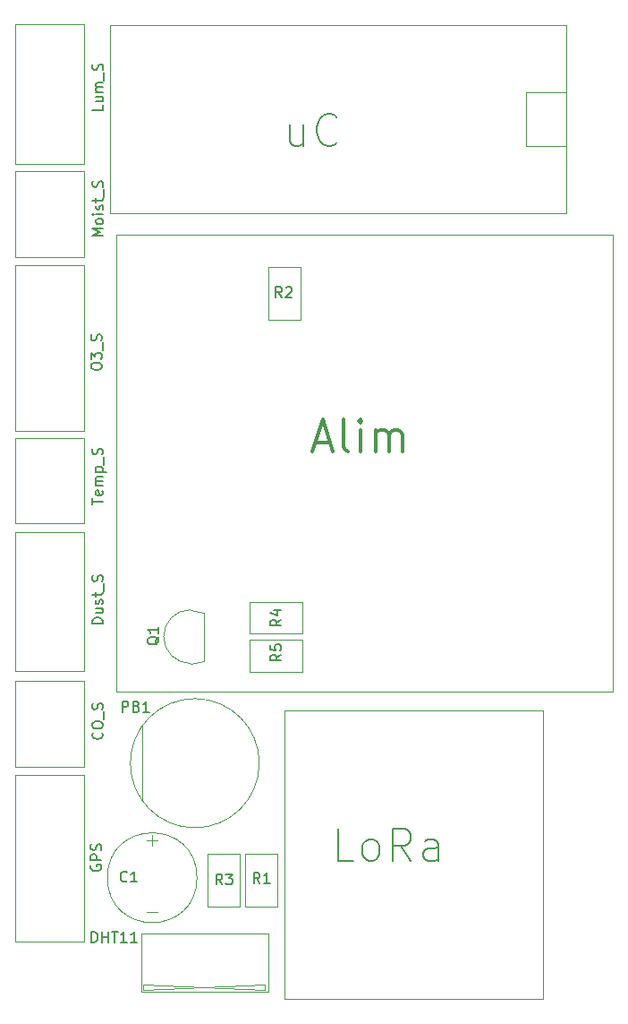
<source format=gbr>
G04 #@! TF.GenerationSoftware,KiCad,Pcbnew,no-vcs-found-895c0bb~58~ubuntu16.04.1*
G04 #@! TF.CreationDate,2017-07-19T10:40:22-04:00*
G04 #@! TF.ProjectId,Noeud,4E6F6575642E6B696361645F70636200,rev?*
G04 #@! TF.SameCoordinates,Original
G04 #@! TF.FileFunction,Legend,Top*
G04 #@! TF.FilePolarity,Positive*
%FSLAX46Y46*%
G04 Gerber Fmt 4.6, Leading zero omitted, Abs format (unit mm)*
G04 Created by KiCad (PCBNEW no-vcs-found-895c0bb~58~ubuntu16.04.1) date Wed Jul 19 10:40:22 2017*
%MOMM*%
%LPD*%
G01*
G04 APERTURE LIST*
%ADD10C,0.300000*%
%ADD11C,0.050000*%
%ADD12C,0.150000*%
G04 APERTURE END LIST*
D10*
X154662714Y-92892500D02*
X156091285Y-92892500D01*
X154377000Y-93749642D02*
X155377000Y-90749642D01*
X156377000Y-93749642D01*
X157805571Y-93749642D02*
X157519857Y-93606785D01*
X157377000Y-93321071D01*
X157377000Y-90749642D01*
X158948428Y-93749642D02*
X158948428Y-91749642D01*
X158948428Y-90749642D02*
X158805571Y-90892500D01*
X158948428Y-91035357D01*
X159091285Y-90892500D01*
X158948428Y-90749642D01*
X158948428Y-91035357D01*
X160377000Y-93749642D02*
X160377000Y-91749642D01*
X160377000Y-92035357D02*
X160519857Y-91892500D01*
X160805571Y-91749642D01*
X161234142Y-91749642D01*
X161519857Y-91892500D01*
X161662714Y-92178214D01*
X161662714Y-93749642D01*
X161662714Y-92178214D02*
X161805571Y-91892500D01*
X162091285Y-91749642D01*
X162519857Y-91749642D01*
X162805571Y-91892500D01*
X162948428Y-92178214D01*
X162948428Y-93749642D01*
D11*
X138751000Y-137294000D02*
X139751000Y-137294000D01*
X138751000Y-130544000D02*
X139751000Y-130544000D01*
X139251000Y-130044000D02*
X139251000Y-131044000D01*
X143493641Y-134044000D02*
G75*
G03X143493641Y-134044000I-4242641J0D01*
G01*
X126290000Y-123547000D02*
X126290000Y-115467000D01*
X132790000Y-115467000D02*
X132790000Y-123547000D01*
X129540000Y-123547000D02*
X132790000Y-123547000D01*
X129540000Y-123547000D02*
X126290000Y-123547000D01*
X129540000Y-115467000D02*
X132790000Y-115467000D01*
X129540000Y-115467000D02*
X126290000Y-115467000D01*
X129240000Y-115467000D02*
X129230000Y-115467000D01*
X129540000Y-101370000D02*
X126290000Y-101370000D01*
X129540000Y-101370000D02*
X132790000Y-101370000D01*
X129540000Y-114530000D02*
X126290000Y-114530000D01*
X129540000Y-114530000D02*
X132790000Y-114530000D01*
X126290000Y-101370000D02*
X126290000Y-114530000D01*
X132790000Y-114530000D02*
X132790000Y-101370000D01*
X132790000Y-140057000D02*
X132790000Y-124357000D01*
X126290000Y-124357000D02*
X126290000Y-140057000D01*
X129540000Y-140057000D02*
X132790000Y-140057000D01*
X129540000Y-140057000D02*
X126290000Y-140057000D01*
X127900000Y-140057000D02*
X127910000Y-140057000D01*
X129540000Y-124357000D02*
X132790000Y-124357000D01*
X129540000Y-124357000D02*
X126290000Y-124357000D01*
X182880000Y-116459000D02*
X182880000Y-73279000D01*
X182880000Y-116459000D02*
X135890000Y-116459000D01*
X182880000Y-73279000D02*
X135890000Y-73279000D01*
X135890000Y-116459000D02*
X135890000Y-73279000D01*
X151766000Y-118237000D02*
X151766000Y-145537000D01*
X176276000Y-118237000D02*
X151766000Y-118237000D01*
X176276000Y-145537000D02*
X151766000Y-145537000D01*
X176276000Y-118237000D02*
X176276000Y-145537000D01*
X132830000Y-66560000D02*
X132830000Y-53400000D01*
X126330000Y-53400000D02*
X126330000Y-66560000D01*
X129580000Y-66560000D02*
X132830000Y-66560000D01*
X129580000Y-66560000D02*
X126330000Y-66560000D01*
X129580000Y-53400000D02*
X132830000Y-53400000D01*
X129580000Y-53400000D02*
X126330000Y-53400000D01*
X129280000Y-67280000D02*
X129270000Y-67280000D01*
X129580000Y-67280000D02*
X126330000Y-67280000D01*
X129580000Y-67280000D02*
X132830000Y-67280000D01*
X129580000Y-75360000D02*
X126330000Y-75360000D01*
X129580000Y-75360000D02*
X132830000Y-75360000D01*
X132830000Y-67280000D02*
X132830000Y-75360000D01*
X126330000Y-75360000D02*
X126330000Y-67280000D01*
X129580000Y-76140000D02*
X126330000Y-76140000D01*
X129580000Y-76140000D02*
X132830000Y-76140000D01*
X127940000Y-91840000D02*
X127950000Y-91840000D01*
X129580000Y-91840000D02*
X126330000Y-91840000D01*
X129580000Y-91840000D02*
X132830000Y-91840000D01*
X126330000Y-76140000D02*
X126330000Y-91840000D01*
X132830000Y-91840000D02*
X132830000Y-76140000D01*
X149390278Y-123221000D02*
G75*
G03X149390278Y-123221000I-6103278J0D01*
G01*
X138287000Y-119721000D02*
X138287000Y-126721000D01*
X144145000Y-113538000D02*
X144145000Y-108966000D01*
X142875000Y-113792000D02*
X144145000Y-113538000D01*
X142875000Y-108712000D02*
X144145000Y-108966000D01*
X142875000Y-108712000D02*
G75*
G03X140335000Y-111252000I0J-2540000D01*
G01*
X140335000Y-111252000D02*
G75*
G03X142875000Y-113792000I2540000J0D01*
G01*
X148082000Y-131802000D02*
X149582000Y-131802000D01*
X149582000Y-131802000D02*
X151082000Y-131802000D01*
X151082000Y-131802000D02*
X151082000Y-136802000D01*
X151082000Y-136802000D02*
X148082000Y-136802000D01*
X148082000Y-136802000D02*
X148082000Y-131802000D01*
X153289000Y-81304000D02*
X151789000Y-81304000D01*
X151789000Y-81304000D02*
X150289000Y-81304000D01*
X150289000Y-81304000D02*
X150289000Y-76304000D01*
X150289000Y-76304000D02*
X153289000Y-76304000D01*
X153289000Y-76304000D02*
X153289000Y-81304000D01*
X144526000Y-136802000D02*
X144526000Y-131802000D01*
X147526000Y-136802000D02*
X144526000Y-136802000D01*
X147526000Y-131802000D02*
X147526000Y-136802000D01*
X146026000Y-131802000D02*
X147526000Y-131802000D01*
X144526000Y-131802000D02*
X146026000Y-131802000D01*
X153440000Y-107950000D02*
X153440000Y-109450000D01*
X153440000Y-109450000D02*
X153440000Y-110950000D01*
X153440000Y-110950000D02*
X148440000Y-110950000D01*
X148440000Y-110950000D02*
X148440000Y-107950000D01*
X148440000Y-107950000D02*
X153440000Y-107950000D01*
X153439000Y-114554000D02*
X148439000Y-114554000D01*
X153439000Y-111554000D02*
X153439000Y-114554000D01*
X148439000Y-111554000D02*
X153439000Y-111554000D01*
X148439000Y-113054000D02*
X148439000Y-111554000D01*
X148439000Y-114554000D02*
X148439000Y-113054000D01*
X138252000Y-144781000D02*
X150252000Y-144781000D01*
X138252000Y-139281000D02*
X138252000Y-144781000D01*
X150252000Y-139281000D02*
X138252000Y-139281000D01*
X150252000Y-144781000D02*
X150252000Y-139281000D01*
X138422000Y-144161000D02*
X138422000Y-144661000D01*
X149922000Y-144661000D02*
X138422000Y-144161000D01*
X149922000Y-144161000D02*
X149922000Y-144661000D01*
X138422000Y-144661000D02*
X149922000Y-144161000D01*
X126290000Y-100560000D02*
X126290000Y-92480000D01*
X132790000Y-92480000D02*
X132790000Y-100560000D01*
X129540000Y-100560000D02*
X132790000Y-100560000D01*
X129540000Y-100560000D02*
X126290000Y-100560000D01*
X129540000Y-92480000D02*
X132790000Y-92480000D01*
X129540000Y-92480000D02*
X126290000Y-92480000D01*
X129240000Y-92480000D02*
X129230000Y-92480000D01*
X178435000Y-64897000D02*
X174625000Y-64897000D01*
X174625000Y-64897000D02*
X174625000Y-59817000D01*
X174625000Y-59817000D02*
X178435000Y-59817000D01*
X135255000Y-53467000D02*
X135255000Y-71247000D01*
X135255000Y-71247000D02*
X178435000Y-71247000D01*
X178435000Y-71247000D02*
X178435000Y-53467000D01*
X178435000Y-53467000D02*
X135255000Y-53467000D01*
D12*
X136866333Y-134342142D02*
X136818714Y-134389761D01*
X136675857Y-134437380D01*
X136580619Y-134437380D01*
X136437761Y-134389761D01*
X136342523Y-134294523D01*
X136294904Y-134199285D01*
X136247285Y-134008809D01*
X136247285Y-133865952D01*
X136294904Y-133675476D01*
X136342523Y-133580238D01*
X136437761Y-133485000D01*
X136580619Y-133437380D01*
X136675857Y-133437380D01*
X136818714Y-133485000D01*
X136866333Y-133532619D01*
X137818714Y-134437380D02*
X137247285Y-134437380D01*
X137533000Y-134437380D02*
X137533000Y-133437380D01*
X137437761Y-133580238D01*
X137342523Y-133675476D01*
X137247285Y-133723095D01*
X134469142Y-120324428D02*
X134516761Y-120372047D01*
X134564380Y-120514904D01*
X134564380Y-120610142D01*
X134516761Y-120753000D01*
X134421523Y-120848238D01*
X134326285Y-120895857D01*
X134135809Y-120943476D01*
X133992952Y-120943476D01*
X133802476Y-120895857D01*
X133707238Y-120848238D01*
X133612000Y-120753000D01*
X133564380Y-120610142D01*
X133564380Y-120514904D01*
X133612000Y-120372047D01*
X133659619Y-120324428D01*
X133564380Y-119705380D02*
X133564380Y-119514904D01*
X133612000Y-119419666D01*
X133707238Y-119324428D01*
X133897714Y-119276809D01*
X134231047Y-119276809D01*
X134421523Y-119324428D01*
X134516761Y-119419666D01*
X134564380Y-119514904D01*
X134564380Y-119705380D01*
X134516761Y-119800619D01*
X134421523Y-119895857D01*
X134231047Y-119943476D01*
X133897714Y-119943476D01*
X133707238Y-119895857D01*
X133612000Y-119800619D01*
X133564380Y-119705380D01*
X134659619Y-119086333D02*
X134659619Y-118324428D01*
X134516761Y-118133952D02*
X134564380Y-117991095D01*
X134564380Y-117753000D01*
X134516761Y-117657761D01*
X134469142Y-117610142D01*
X134373904Y-117562523D01*
X134278666Y-117562523D01*
X134183428Y-117610142D01*
X134135809Y-117657761D01*
X134088190Y-117753000D01*
X134040571Y-117943476D01*
X133992952Y-118038714D01*
X133945333Y-118086333D01*
X133850095Y-118133952D01*
X133754857Y-118133952D01*
X133659619Y-118086333D01*
X133612000Y-118038714D01*
X133564380Y-117943476D01*
X133564380Y-117705380D01*
X133612000Y-117562523D01*
X134564380Y-110021404D02*
X133564380Y-110021404D01*
X133564380Y-109783309D01*
X133612000Y-109640452D01*
X133707238Y-109545214D01*
X133802476Y-109497595D01*
X133992952Y-109449976D01*
X134135809Y-109449976D01*
X134326285Y-109497595D01*
X134421523Y-109545214D01*
X134516761Y-109640452D01*
X134564380Y-109783309D01*
X134564380Y-110021404D01*
X133897714Y-108592833D02*
X134564380Y-108592833D01*
X133897714Y-109021404D02*
X134421523Y-109021404D01*
X134516761Y-108973785D01*
X134564380Y-108878547D01*
X134564380Y-108735690D01*
X134516761Y-108640452D01*
X134469142Y-108592833D01*
X134516761Y-108164261D02*
X134564380Y-108069023D01*
X134564380Y-107878547D01*
X134516761Y-107783309D01*
X134421523Y-107735690D01*
X134373904Y-107735690D01*
X134278666Y-107783309D01*
X134231047Y-107878547D01*
X134231047Y-108021404D01*
X134183428Y-108116642D01*
X134088190Y-108164261D01*
X134040571Y-108164261D01*
X133945333Y-108116642D01*
X133897714Y-108021404D01*
X133897714Y-107878547D01*
X133945333Y-107783309D01*
X133897714Y-107449976D02*
X133897714Y-107069023D01*
X133564380Y-107307119D02*
X134421523Y-107307119D01*
X134516761Y-107259500D01*
X134564380Y-107164261D01*
X134564380Y-107069023D01*
X134659619Y-106973785D02*
X134659619Y-106211880D01*
X134516761Y-106021404D02*
X134564380Y-105878547D01*
X134564380Y-105640452D01*
X134516761Y-105545214D01*
X134469142Y-105497595D01*
X134373904Y-105449976D01*
X134278666Y-105449976D01*
X134183428Y-105497595D01*
X134135809Y-105545214D01*
X134088190Y-105640452D01*
X134040571Y-105830928D01*
X133992952Y-105926166D01*
X133945333Y-105973785D01*
X133850095Y-106021404D01*
X133754857Y-106021404D01*
X133659619Y-105973785D01*
X133612000Y-105926166D01*
X133564380Y-105830928D01*
X133564380Y-105592833D01*
X133612000Y-105449976D01*
X133485000Y-132857785D02*
X133437380Y-132953023D01*
X133437380Y-133095880D01*
X133485000Y-133238738D01*
X133580238Y-133333976D01*
X133675476Y-133381595D01*
X133865952Y-133429214D01*
X134008809Y-133429214D01*
X134199285Y-133381595D01*
X134294523Y-133333976D01*
X134389761Y-133238738D01*
X134437380Y-133095880D01*
X134437380Y-133000642D01*
X134389761Y-132857785D01*
X134342142Y-132810166D01*
X134008809Y-132810166D01*
X134008809Y-133000642D01*
X134437380Y-132381595D02*
X133437380Y-132381595D01*
X133437380Y-132000642D01*
X133485000Y-131905404D01*
X133532619Y-131857785D01*
X133627857Y-131810166D01*
X133770714Y-131810166D01*
X133865952Y-131857785D01*
X133913571Y-131905404D01*
X133961190Y-132000642D01*
X133961190Y-132381595D01*
X134389761Y-131429214D02*
X134437380Y-131286357D01*
X134437380Y-131048261D01*
X134389761Y-130953023D01*
X134342142Y-130905404D01*
X134246904Y-130857785D01*
X134151666Y-130857785D01*
X134056428Y-130905404D01*
X134008809Y-130953023D01*
X133961190Y-131048261D01*
X133913571Y-131238738D01*
X133865952Y-131333976D01*
X133818333Y-131381595D01*
X133723095Y-131429214D01*
X133627857Y-131429214D01*
X133532619Y-131381595D01*
X133485000Y-131333976D01*
X133437380Y-131238738D01*
X133437380Y-131000642D01*
X133485000Y-130857785D01*
X158321785Y-132421142D02*
X156893214Y-132421142D01*
X156893214Y-129421142D01*
X159750357Y-132421142D02*
X159464642Y-132278285D01*
X159321785Y-132135428D01*
X159178928Y-131849714D01*
X159178928Y-130992571D01*
X159321785Y-130706857D01*
X159464642Y-130564000D01*
X159750357Y-130421142D01*
X160178928Y-130421142D01*
X160464642Y-130564000D01*
X160607500Y-130706857D01*
X160750357Y-130992571D01*
X160750357Y-131849714D01*
X160607500Y-132135428D01*
X160464642Y-132278285D01*
X160178928Y-132421142D01*
X159750357Y-132421142D01*
X163750357Y-132421142D02*
X162750357Y-130992571D01*
X162036071Y-132421142D02*
X162036071Y-129421142D01*
X163178928Y-129421142D01*
X163464642Y-129564000D01*
X163607500Y-129706857D01*
X163750357Y-129992571D01*
X163750357Y-130421142D01*
X163607500Y-130706857D01*
X163464642Y-130849714D01*
X163178928Y-130992571D01*
X162036071Y-130992571D01*
X166321785Y-132421142D02*
X166321785Y-130849714D01*
X166178928Y-130564000D01*
X165893214Y-130421142D01*
X165321785Y-130421142D01*
X165036071Y-130564000D01*
X166321785Y-132278285D02*
X166036071Y-132421142D01*
X165321785Y-132421142D01*
X165036071Y-132278285D01*
X164893214Y-131992571D01*
X164893214Y-131706857D01*
X165036071Y-131421142D01*
X165321785Y-131278285D01*
X166036071Y-131278285D01*
X166321785Y-131135428D01*
X134604380Y-61011666D02*
X134604380Y-61487857D01*
X133604380Y-61487857D01*
X133937714Y-60249761D02*
X134604380Y-60249761D01*
X133937714Y-60678333D02*
X134461523Y-60678333D01*
X134556761Y-60630714D01*
X134604380Y-60535476D01*
X134604380Y-60392619D01*
X134556761Y-60297380D01*
X134509142Y-60249761D01*
X134604380Y-59773571D02*
X133937714Y-59773571D01*
X134032952Y-59773571D02*
X133985333Y-59725952D01*
X133937714Y-59630714D01*
X133937714Y-59487857D01*
X133985333Y-59392619D01*
X134080571Y-59345000D01*
X134604380Y-59345000D01*
X134080571Y-59345000D02*
X133985333Y-59297380D01*
X133937714Y-59202142D01*
X133937714Y-59059285D01*
X133985333Y-58964047D01*
X134080571Y-58916428D01*
X134604380Y-58916428D01*
X134699619Y-58678333D02*
X134699619Y-57916428D01*
X134556761Y-57725952D02*
X134604380Y-57583095D01*
X134604380Y-57345000D01*
X134556761Y-57249761D01*
X134509142Y-57202142D01*
X134413904Y-57154523D01*
X134318666Y-57154523D01*
X134223428Y-57202142D01*
X134175809Y-57249761D01*
X134128190Y-57345000D01*
X134080571Y-57535476D01*
X134032952Y-57630714D01*
X133985333Y-57678333D01*
X133890095Y-57725952D01*
X133794857Y-57725952D01*
X133699619Y-57678333D01*
X133652000Y-57630714D01*
X133604380Y-57535476D01*
X133604380Y-57297380D01*
X133652000Y-57154523D01*
X134604380Y-73383428D02*
X133604380Y-73383428D01*
X134318666Y-73050095D01*
X133604380Y-72716761D01*
X134604380Y-72716761D01*
X134604380Y-72097714D02*
X134556761Y-72192952D01*
X134509142Y-72240571D01*
X134413904Y-72288190D01*
X134128190Y-72288190D01*
X134032952Y-72240571D01*
X133985333Y-72192952D01*
X133937714Y-72097714D01*
X133937714Y-71954857D01*
X133985333Y-71859619D01*
X134032952Y-71812000D01*
X134128190Y-71764380D01*
X134413904Y-71764380D01*
X134509142Y-71812000D01*
X134556761Y-71859619D01*
X134604380Y-71954857D01*
X134604380Y-72097714D01*
X134604380Y-71335809D02*
X133937714Y-71335809D01*
X133604380Y-71335809D02*
X133652000Y-71383428D01*
X133699619Y-71335809D01*
X133652000Y-71288190D01*
X133604380Y-71335809D01*
X133699619Y-71335809D01*
X134556761Y-70907238D02*
X134604380Y-70812000D01*
X134604380Y-70621523D01*
X134556761Y-70526285D01*
X134461523Y-70478666D01*
X134413904Y-70478666D01*
X134318666Y-70526285D01*
X134271047Y-70621523D01*
X134271047Y-70764380D01*
X134223428Y-70859619D01*
X134128190Y-70907238D01*
X134080571Y-70907238D01*
X133985333Y-70859619D01*
X133937714Y-70764380D01*
X133937714Y-70621523D01*
X133985333Y-70526285D01*
X133937714Y-70192952D02*
X133937714Y-69812000D01*
X133604380Y-70050095D02*
X134461523Y-70050095D01*
X134556761Y-70002476D01*
X134604380Y-69907238D01*
X134604380Y-69812000D01*
X134699619Y-69716761D02*
X134699619Y-68954857D01*
X134556761Y-68764380D02*
X134604380Y-68621523D01*
X134604380Y-68383428D01*
X134556761Y-68288190D01*
X134509142Y-68240571D01*
X134413904Y-68192952D01*
X134318666Y-68192952D01*
X134223428Y-68240571D01*
X134175809Y-68288190D01*
X134128190Y-68383428D01*
X134080571Y-68573904D01*
X134032952Y-68669142D01*
X133985333Y-68716761D01*
X133890095Y-68764380D01*
X133794857Y-68764380D01*
X133699619Y-68716761D01*
X133652000Y-68669142D01*
X133604380Y-68573904D01*
X133604380Y-68335809D01*
X133652000Y-68192952D01*
X133477380Y-85799571D02*
X133477380Y-85609095D01*
X133525000Y-85513857D01*
X133620238Y-85418619D01*
X133810714Y-85371000D01*
X134144047Y-85371000D01*
X134334523Y-85418619D01*
X134429761Y-85513857D01*
X134477380Y-85609095D01*
X134477380Y-85799571D01*
X134429761Y-85894809D01*
X134334523Y-85990047D01*
X134144047Y-86037666D01*
X133810714Y-86037666D01*
X133620238Y-85990047D01*
X133525000Y-85894809D01*
X133477380Y-85799571D01*
X133477380Y-85037666D02*
X133477380Y-84418619D01*
X133858333Y-84751952D01*
X133858333Y-84609095D01*
X133905952Y-84513857D01*
X133953571Y-84466238D01*
X134048809Y-84418619D01*
X134286904Y-84418619D01*
X134382142Y-84466238D01*
X134429761Y-84513857D01*
X134477380Y-84609095D01*
X134477380Y-84894809D01*
X134429761Y-84990047D01*
X134382142Y-85037666D01*
X134572619Y-84228142D02*
X134572619Y-83466238D01*
X134429761Y-83275761D02*
X134477380Y-83132904D01*
X134477380Y-82894809D01*
X134429761Y-82799571D01*
X134382142Y-82751952D01*
X134286904Y-82704333D01*
X134191666Y-82704333D01*
X134096428Y-82751952D01*
X134048809Y-82799571D01*
X134001190Y-82894809D01*
X133953571Y-83085285D01*
X133905952Y-83180523D01*
X133858333Y-83228142D01*
X133763095Y-83275761D01*
X133667857Y-83275761D01*
X133572619Y-83228142D01*
X133525000Y-83180523D01*
X133477380Y-83085285D01*
X133477380Y-82847190D01*
X133525000Y-82704333D01*
X136421904Y-118372380D02*
X136421904Y-117372380D01*
X136802857Y-117372380D01*
X136898095Y-117420000D01*
X136945714Y-117467619D01*
X136993333Y-117562857D01*
X136993333Y-117705714D01*
X136945714Y-117800952D01*
X136898095Y-117848571D01*
X136802857Y-117896190D01*
X136421904Y-117896190D01*
X137755238Y-117848571D02*
X137898095Y-117896190D01*
X137945714Y-117943809D01*
X137993333Y-118039047D01*
X137993333Y-118181904D01*
X137945714Y-118277142D01*
X137898095Y-118324761D01*
X137802857Y-118372380D01*
X137421904Y-118372380D01*
X137421904Y-117372380D01*
X137755238Y-117372380D01*
X137850476Y-117420000D01*
X137898095Y-117467619D01*
X137945714Y-117562857D01*
X137945714Y-117658095D01*
X137898095Y-117753333D01*
X137850476Y-117800952D01*
X137755238Y-117848571D01*
X137421904Y-117848571D01*
X138945714Y-118372380D02*
X138374285Y-118372380D01*
X138660000Y-118372380D02*
X138660000Y-117372380D01*
X138564761Y-117515238D01*
X138469523Y-117610476D01*
X138374285Y-117658095D01*
X139900619Y-111263238D02*
X139853000Y-111358476D01*
X139757761Y-111453714D01*
X139614904Y-111596571D01*
X139567285Y-111691809D01*
X139567285Y-111787047D01*
X139805380Y-111739428D02*
X139757761Y-111834666D01*
X139662523Y-111929904D01*
X139472047Y-111977523D01*
X139138714Y-111977523D01*
X138948238Y-111929904D01*
X138853000Y-111834666D01*
X138805380Y-111739428D01*
X138805380Y-111548952D01*
X138853000Y-111453714D01*
X138948238Y-111358476D01*
X139138714Y-111310857D01*
X139472047Y-111310857D01*
X139662523Y-111358476D01*
X139757761Y-111453714D01*
X139805380Y-111548952D01*
X139805380Y-111739428D01*
X139805380Y-110358476D02*
X139805380Y-110929904D01*
X139805380Y-110644190D02*
X138805380Y-110644190D01*
X138948238Y-110739428D01*
X139043476Y-110834666D01*
X139091095Y-110929904D01*
X149439333Y-134564380D02*
X149106000Y-134088190D01*
X148867904Y-134564380D02*
X148867904Y-133564380D01*
X149248857Y-133564380D01*
X149344095Y-133612000D01*
X149391714Y-133659619D01*
X149439333Y-133754857D01*
X149439333Y-133897714D01*
X149391714Y-133992952D01*
X149344095Y-134040571D01*
X149248857Y-134088190D01*
X148867904Y-134088190D01*
X150391714Y-134564380D02*
X149820285Y-134564380D01*
X150106000Y-134564380D02*
X150106000Y-133564380D01*
X150010761Y-133707238D01*
X149915523Y-133802476D01*
X149820285Y-133850095D01*
X151534333Y-79204380D02*
X151201000Y-78728190D01*
X150962904Y-79204380D02*
X150962904Y-78204380D01*
X151343857Y-78204380D01*
X151439095Y-78252000D01*
X151486714Y-78299619D01*
X151534333Y-78394857D01*
X151534333Y-78537714D01*
X151486714Y-78632952D01*
X151439095Y-78680571D01*
X151343857Y-78728190D01*
X150962904Y-78728190D01*
X151915285Y-78299619D02*
X151962904Y-78252000D01*
X152058142Y-78204380D01*
X152296238Y-78204380D01*
X152391476Y-78252000D01*
X152439095Y-78299619D01*
X152486714Y-78394857D01*
X152486714Y-78490095D01*
X152439095Y-78632952D01*
X151867666Y-79204380D01*
X152486714Y-79204380D01*
X145883333Y-134691380D02*
X145550000Y-134215190D01*
X145311904Y-134691380D02*
X145311904Y-133691380D01*
X145692857Y-133691380D01*
X145788095Y-133739000D01*
X145835714Y-133786619D01*
X145883333Y-133881857D01*
X145883333Y-134024714D01*
X145835714Y-134119952D01*
X145788095Y-134167571D01*
X145692857Y-134215190D01*
X145311904Y-134215190D01*
X146216666Y-133691380D02*
X146835714Y-133691380D01*
X146502380Y-134072333D01*
X146645238Y-134072333D01*
X146740476Y-134119952D01*
X146788095Y-134167571D01*
X146835714Y-134262809D01*
X146835714Y-134500904D01*
X146788095Y-134596142D01*
X146740476Y-134643761D01*
X146645238Y-134691380D01*
X146359523Y-134691380D01*
X146264285Y-134643761D01*
X146216666Y-134596142D01*
X151455380Y-109640666D02*
X150979190Y-109974000D01*
X151455380Y-110212095D02*
X150455380Y-110212095D01*
X150455380Y-109831142D01*
X150503000Y-109735904D01*
X150550619Y-109688285D01*
X150645857Y-109640666D01*
X150788714Y-109640666D01*
X150883952Y-109688285D01*
X150931571Y-109735904D01*
X150979190Y-109831142D01*
X150979190Y-110212095D01*
X150788714Y-108783523D02*
X151455380Y-108783523D01*
X150407761Y-109021619D02*
X151122047Y-109259714D01*
X151122047Y-108640666D01*
X151455380Y-112942666D02*
X150979190Y-113276000D01*
X151455380Y-113514095D02*
X150455380Y-113514095D01*
X150455380Y-113133142D01*
X150503000Y-113037904D01*
X150550619Y-112990285D01*
X150645857Y-112942666D01*
X150788714Y-112942666D01*
X150883952Y-112990285D01*
X150931571Y-113037904D01*
X150979190Y-113133142D01*
X150979190Y-113514095D01*
X150455380Y-112037904D02*
X150455380Y-112514095D01*
X150931571Y-112561714D01*
X150883952Y-112514095D01*
X150836333Y-112418857D01*
X150836333Y-112180761D01*
X150883952Y-112085523D01*
X150931571Y-112037904D01*
X151026809Y-111990285D01*
X151264904Y-111990285D01*
X151360142Y-112037904D01*
X151407761Y-112085523D01*
X151455380Y-112180761D01*
X151455380Y-112418857D01*
X151407761Y-112514095D01*
X151360142Y-112561714D01*
X133516952Y-140152380D02*
X133516952Y-139152380D01*
X133755047Y-139152380D01*
X133897904Y-139200000D01*
X133993142Y-139295238D01*
X134040761Y-139390476D01*
X134088380Y-139580952D01*
X134088380Y-139723809D01*
X134040761Y-139914285D01*
X133993142Y-140009523D01*
X133897904Y-140104761D01*
X133755047Y-140152380D01*
X133516952Y-140152380D01*
X134516952Y-140152380D02*
X134516952Y-139152380D01*
X134516952Y-139628571D02*
X135088380Y-139628571D01*
X135088380Y-140152380D02*
X135088380Y-139152380D01*
X135421714Y-139152380D02*
X135993142Y-139152380D01*
X135707428Y-140152380D02*
X135707428Y-139152380D01*
X136850285Y-140152380D02*
X136278857Y-140152380D01*
X136564571Y-140152380D02*
X136564571Y-139152380D01*
X136469333Y-139295238D01*
X136374095Y-139390476D01*
X136278857Y-139438095D01*
X137802666Y-140152380D02*
X137231238Y-140152380D01*
X137516952Y-140152380D02*
X137516952Y-139152380D01*
X137421714Y-139295238D01*
X137326476Y-139390476D01*
X137231238Y-139438095D01*
X133564380Y-98765976D02*
X133564380Y-98194547D01*
X134564380Y-98480261D02*
X133564380Y-98480261D01*
X134516761Y-97480261D02*
X134564380Y-97575500D01*
X134564380Y-97765976D01*
X134516761Y-97861214D01*
X134421523Y-97908833D01*
X134040571Y-97908833D01*
X133945333Y-97861214D01*
X133897714Y-97765976D01*
X133897714Y-97575500D01*
X133945333Y-97480261D01*
X134040571Y-97432642D01*
X134135809Y-97432642D01*
X134231047Y-97908833D01*
X134564380Y-97004071D02*
X133897714Y-97004071D01*
X133992952Y-97004071D02*
X133945333Y-96956452D01*
X133897714Y-96861214D01*
X133897714Y-96718357D01*
X133945333Y-96623119D01*
X134040571Y-96575500D01*
X134564380Y-96575500D01*
X134040571Y-96575500D02*
X133945333Y-96527880D01*
X133897714Y-96432642D01*
X133897714Y-96289785D01*
X133945333Y-96194547D01*
X134040571Y-96146928D01*
X134564380Y-96146928D01*
X133897714Y-95670738D02*
X134897714Y-95670738D01*
X133945333Y-95670738D02*
X133897714Y-95575500D01*
X133897714Y-95385023D01*
X133945333Y-95289785D01*
X133992952Y-95242166D01*
X134088190Y-95194547D01*
X134373904Y-95194547D01*
X134469142Y-95242166D01*
X134516761Y-95289785D01*
X134564380Y-95385023D01*
X134564380Y-95575500D01*
X134516761Y-95670738D01*
X134659619Y-95004071D02*
X134659619Y-94242166D01*
X134516761Y-94051690D02*
X134564380Y-93908833D01*
X134564380Y-93670738D01*
X134516761Y-93575500D01*
X134469142Y-93527880D01*
X134373904Y-93480261D01*
X134278666Y-93480261D01*
X134183428Y-93527880D01*
X134135809Y-93575500D01*
X134088190Y-93670738D01*
X134040571Y-93861214D01*
X133992952Y-93956452D01*
X133945333Y-94004071D01*
X133850095Y-94051690D01*
X133754857Y-94051690D01*
X133659619Y-94004071D01*
X133612000Y-93956452D01*
X133564380Y-93861214D01*
X133564380Y-93623119D01*
X133612000Y-93480261D01*
X153574857Y-62857142D02*
X153574857Y-64857142D01*
X152289142Y-62857142D02*
X152289142Y-64428571D01*
X152432000Y-64714285D01*
X152717714Y-64857142D01*
X153146285Y-64857142D01*
X153432000Y-64714285D01*
X153574857Y-64571428D01*
X156717714Y-64571428D02*
X156574857Y-64714285D01*
X156146285Y-64857142D01*
X155860571Y-64857142D01*
X155432000Y-64714285D01*
X155146285Y-64428571D01*
X155003428Y-64142857D01*
X154860571Y-63571428D01*
X154860571Y-63142857D01*
X155003428Y-62571428D01*
X155146285Y-62285714D01*
X155432000Y-62000000D01*
X155860571Y-61857142D01*
X156146285Y-61857142D01*
X156574857Y-62000000D01*
X156717714Y-62142857D01*
M02*

</source>
